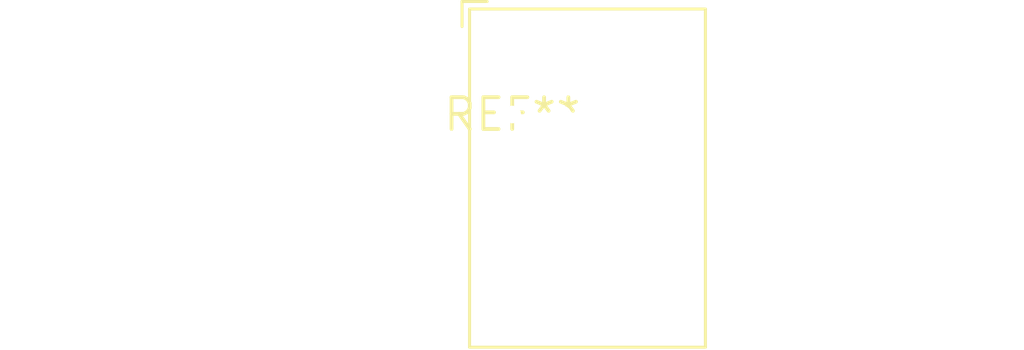
<source format=kicad_pcb>
(kicad_pcb (version 20240108) (generator pcbnew)
  (layers (0 "F.Cu" signal) (31 "B.Cu" signal) (34 "B.Paste" user) (35 "F.Paste" user) (36 "B.SilkS" user "B.Silkscreen") (37 "F.SilkS" user "F.Silkscreen") (38 "B.Mask" user) (39 "F.Mask" user) (44 "Edge.Cuts" user))
  (net 0 "")
  (footprint "Converter_DCDC_TRACO_TDN_5-xxxxWI_THT" (layer "F.Cu") (at 0 0)
    (property "Reference" "REF**")
    (property "Value" "Converter_DCDC_TRACO_TDN_5-xxxxWI_THT")
    (fp_line (start -2 -4.51) (end -1 -4.51) (layer "F.SilkS") (stroke (width 0.12)))
    (fp_line (start -2 -3.51) (end -2 -4.51) (layer "F.SilkS") (stroke (width 0.12)))
    (fp_line (start -1.7 -4.21) (end 7.7 -4.21) (layer "F.SilkS") (stroke (width 0.12)))
    (fp_line (start -1.7 9.29) (end -1.7 -4.21) (layer "F.SilkS") (stroke (width 0.12)))
    (fp_line (start -1.7 9.29) (end 7.7 9.29) (layer "F.SilkS") (stroke (width 0.12)))
    (fp_line (start 7.7 -4.21) (end 7.7 9.29) (layer "F.SilkS") (stroke (width 0.12)))
    (pad "1" thru_hole rect (at 0 0) (size 1.5 1.5) (drill 0.7) (layers *.Cu *.Mask) (remove_unused_layers))
    (pad "2" thru_hole circle (at 2 0) (size 1.5 1.5) (drill 0.7) (layers *.Cu *.Mask) (remove_unused_layers))
    (pad "4" thru_hole circle (at 6 0) (size 1.5 1.5) (drill 0.7) (layers *.Cu *.Mask) (remove_unused_layers))
    (pad "5" thru_hole circle (at 0 5.08) (size 1.5 1.5) (drill 0.7) (layers *.Cu *.Mask) (remove_unused_layers))
    (pad "6" thru_hole circle (at 2 5.08) (size 1.5 1.5) (drill 0.7) (layers *.Cu *.Mask) (remove_unused_layers))
    (pad "7" thru_hole circle (at 4 5.08) (size 1.5 1.5) (drill 0.7) (layers *.Cu *.Mask) (remove_unused_layers))
  )
)
</source>
